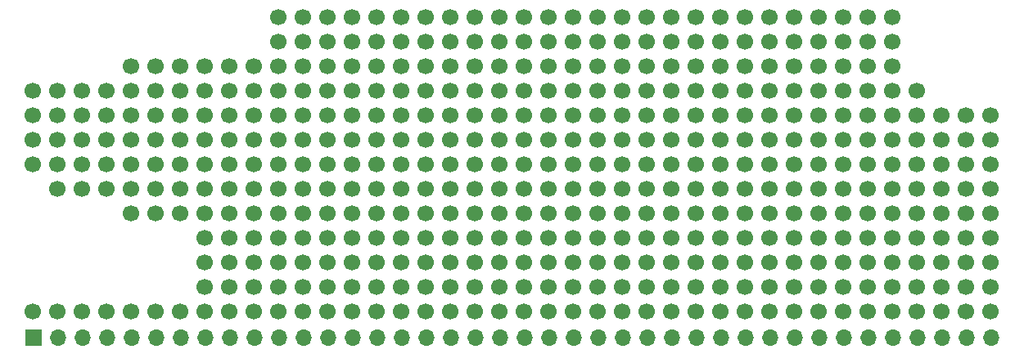
<source format=gbr>
G04 #@! TF.GenerationSoftware,KiCad,Pcbnew,(5.1.2)-2*
G04 #@! TF.CreationDate,2021-09-18T20:45:37+02:00*
G04 #@! TF.ProjectId,aZ80_Proto,615a3830-5f50-4726-9f74-6f2e6b696361,rev?*
G04 #@! TF.SameCoordinates,Original*
G04 #@! TF.FileFunction,Copper,L2,Bot*
G04 #@! TF.FilePolarity,Positive*
%FSLAX46Y46*%
G04 Gerber Fmt 4.6, Leading zero omitted, Abs format (unit mm)*
G04 Created by KiCad (PCBNEW (5.1.2)-2) date 2021-09-18 20:45:37*
%MOMM*%
%LPD*%
G04 APERTURE LIST*
%ADD10C,1.700000*%
%ADD11O,1.700000X1.700000*%
%ADD12R,1.700000X1.700000*%
G04 APERTURE END LIST*
D10*
X106680000Y-104775000D03*
X106680000Y-102235000D03*
X99060000Y-81915000D03*
X101600000Y-81915000D03*
X104140000Y-81915000D03*
X180340000Y-84455000D03*
X88900000Y-92075000D03*
X88900000Y-89535000D03*
X88900000Y-86995000D03*
X88900000Y-84455000D03*
X88900000Y-107315000D03*
X93980000Y-94615000D03*
X93980000Y-84455000D03*
X93980000Y-89535000D03*
X93980000Y-107315000D03*
X93980000Y-92075000D03*
X93980000Y-86995000D03*
X96520000Y-107315000D03*
X96520000Y-89535000D03*
X96520000Y-92075000D03*
X96520000Y-86995000D03*
X91440000Y-92075000D03*
X96520000Y-84455000D03*
X91440000Y-94615000D03*
X91440000Y-86995000D03*
X91440000Y-107315000D03*
X91440000Y-84455000D03*
X91440000Y-89535000D03*
X101600000Y-89535000D03*
X99060000Y-92075000D03*
X101600000Y-92075000D03*
X99060000Y-107315000D03*
X99060000Y-97155000D03*
X101600000Y-86995000D03*
X101600000Y-94615000D03*
X96520000Y-94615000D03*
X101600000Y-97155000D03*
X99060000Y-86995000D03*
X101600000Y-107315000D03*
X99060000Y-84455000D03*
X99060000Y-94615000D03*
X101600000Y-84455000D03*
X99060000Y-89535000D03*
X106680000Y-81915000D03*
X106680000Y-99695000D03*
X106680000Y-94615000D03*
X106680000Y-84455000D03*
X106680000Y-89535000D03*
X106680000Y-107315000D03*
X106680000Y-92075000D03*
X106680000Y-97155000D03*
X106680000Y-86995000D03*
X111760000Y-81915000D03*
X109220000Y-107315000D03*
X109220000Y-99695000D03*
X109220000Y-89535000D03*
X109220000Y-92075000D03*
X109220000Y-97155000D03*
X109220000Y-86995000D03*
X104140000Y-92075000D03*
X109220000Y-84455000D03*
X104140000Y-94615000D03*
X104140000Y-86995000D03*
X104140000Y-107315000D03*
X109220000Y-102235000D03*
X104140000Y-84455000D03*
X104140000Y-97155000D03*
X109220000Y-81915000D03*
X104140000Y-89535000D03*
X111760000Y-102235000D03*
X114300000Y-81915000D03*
X114300000Y-102235000D03*
X114300000Y-89535000D03*
X114300000Y-104775000D03*
X111760000Y-92075000D03*
X111760000Y-99695000D03*
X114300000Y-92075000D03*
X114300000Y-79375000D03*
X114300000Y-76835000D03*
X111760000Y-107315000D03*
X111760000Y-97155000D03*
X114300000Y-86995000D03*
X114300000Y-94615000D03*
X109220000Y-94615000D03*
X114300000Y-97155000D03*
X111760000Y-104775000D03*
X114300000Y-99695000D03*
X111760000Y-86995000D03*
X114300000Y-107315000D03*
X111760000Y-84455000D03*
X111760000Y-94615000D03*
X109220000Y-104775000D03*
X114300000Y-84455000D03*
X111760000Y-89535000D03*
X187960000Y-89535000D03*
X187960000Y-94615000D03*
X187960000Y-92075000D03*
X187960000Y-97155000D03*
X187960000Y-102235000D03*
X185420000Y-94615000D03*
X187960000Y-86995000D03*
X185420000Y-86995000D03*
X187960000Y-99695000D03*
X187960000Y-107315000D03*
X185420000Y-99695000D03*
X187960000Y-104775000D03*
X182880000Y-94615000D03*
X185420000Y-92075000D03*
X185420000Y-97155000D03*
X185420000Y-107315000D03*
X185420000Y-89535000D03*
X185420000Y-104775000D03*
X185420000Y-102235000D03*
X182880000Y-92075000D03*
X182880000Y-97155000D03*
X182880000Y-89535000D03*
X182880000Y-86995000D03*
X182880000Y-107315000D03*
X182880000Y-102235000D03*
X177800000Y-94615000D03*
X177800000Y-81915000D03*
X172720000Y-102235000D03*
X175260000Y-107315000D03*
X175260000Y-86995000D03*
X177800000Y-86995000D03*
X177800000Y-79375000D03*
X175260000Y-84455000D03*
X175260000Y-79375000D03*
X175260000Y-76835000D03*
X175260000Y-94615000D03*
X177800000Y-107315000D03*
X177800000Y-99695000D03*
X177800000Y-92075000D03*
X172720000Y-97155000D03*
X177800000Y-104775000D03*
X177800000Y-89535000D03*
X177800000Y-84455000D03*
X172720000Y-92075000D03*
X177800000Y-76835000D03*
X172720000Y-107315000D03*
X175260000Y-99695000D03*
X175260000Y-89535000D03*
X175260000Y-92075000D03*
X175260000Y-102235000D03*
X175260000Y-104775000D03*
X172720000Y-94615000D03*
X172720000Y-99695000D03*
X175260000Y-81915000D03*
X177800000Y-102235000D03*
X175260000Y-97155000D03*
X172720000Y-104775000D03*
X177800000Y-97155000D03*
X182880000Y-104775000D03*
X182880000Y-99695000D03*
X172720000Y-81915000D03*
X170180000Y-99695000D03*
X170180000Y-92075000D03*
X170180000Y-94615000D03*
X172720000Y-76835000D03*
X170180000Y-97155000D03*
X172720000Y-89535000D03*
X172720000Y-84455000D03*
X172720000Y-79375000D03*
X170180000Y-107315000D03*
X170180000Y-104775000D03*
X170180000Y-102235000D03*
X172720000Y-86995000D03*
X170180000Y-89535000D03*
X170180000Y-86995000D03*
X170180000Y-84455000D03*
X170180000Y-81915000D03*
X170180000Y-79375000D03*
X180340000Y-102235000D03*
X180340000Y-104775000D03*
X180340000Y-92075000D03*
X180340000Y-94615000D03*
X180340000Y-97155000D03*
X180340000Y-86995000D03*
X180340000Y-89535000D03*
X180340000Y-99695000D03*
X180340000Y-107315000D03*
X170180000Y-76835000D03*
X167640000Y-102235000D03*
X167640000Y-89535000D03*
X167640000Y-94615000D03*
X167640000Y-99695000D03*
X167640000Y-104775000D03*
X167640000Y-92075000D03*
X167640000Y-97155000D03*
X167640000Y-107315000D03*
X167640000Y-79375000D03*
X165100000Y-94615000D03*
X165100000Y-104775000D03*
X167640000Y-86995000D03*
X165100000Y-107315000D03*
X165100000Y-86995000D03*
X167640000Y-76835000D03*
X167640000Y-84455000D03*
X165100000Y-76835000D03*
X162560000Y-104775000D03*
X167640000Y-81915000D03*
X162560000Y-94615000D03*
X165100000Y-99695000D03*
X165100000Y-92075000D03*
X165100000Y-97155000D03*
X165100000Y-102235000D03*
X165100000Y-84455000D03*
X165100000Y-89535000D03*
X165100000Y-81915000D03*
X162560000Y-107315000D03*
X165100000Y-79375000D03*
X162560000Y-99695000D03*
X162560000Y-92075000D03*
X162560000Y-97155000D03*
X162560000Y-89535000D03*
X162560000Y-86995000D03*
X162560000Y-84455000D03*
X162560000Y-79375000D03*
X157480000Y-94615000D03*
X157480000Y-81915000D03*
X152400000Y-102235000D03*
X154940000Y-107315000D03*
X154940000Y-86995000D03*
X157480000Y-86995000D03*
X157480000Y-79375000D03*
X154940000Y-84455000D03*
X154940000Y-79375000D03*
X154940000Y-76835000D03*
X154940000Y-94615000D03*
X157480000Y-107315000D03*
X157480000Y-99695000D03*
X157480000Y-92075000D03*
X152400000Y-97155000D03*
X157480000Y-104775000D03*
X157480000Y-89535000D03*
X157480000Y-84455000D03*
X152400000Y-92075000D03*
X157480000Y-76835000D03*
X152400000Y-107315000D03*
X154940000Y-99695000D03*
X154940000Y-89535000D03*
X154940000Y-92075000D03*
X154940000Y-102235000D03*
X154940000Y-104775000D03*
X152400000Y-94615000D03*
X152400000Y-99695000D03*
X154940000Y-81915000D03*
X157480000Y-102235000D03*
X154940000Y-97155000D03*
X162560000Y-102235000D03*
X152400000Y-104775000D03*
X157480000Y-97155000D03*
X162560000Y-81915000D03*
X162560000Y-76835000D03*
X152400000Y-81915000D03*
X149860000Y-99695000D03*
X149860000Y-92075000D03*
X149860000Y-94615000D03*
X152400000Y-76835000D03*
X149860000Y-97155000D03*
X152400000Y-89535000D03*
X152400000Y-84455000D03*
X152400000Y-79375000D03*
X149860000Y-107315000D03*
X149860000Y-104775000D03*
X149860000Y-102235000D03*
X152400000Y-86995000D03*
X149860000Y-89535000D03*
X149860000Y-86995000D03*
X149860000Y-84455000D03*
X149860000Y-81915000D03*
X149860000Y-79375000D03*
X160020000Y-79375000D03*
X160020000Y-81915000D03*
X160020000Y-99695000D03*
X160020000Y-92075000D03*
X160020000Y-94615000D03*
X160020000Y-97155000D03*
X160020000Y-107315000D03*
X160020000Y-104775000D03*
X160020000Y-86995000D03*
X160020000Y-89535000D03*
X160020000Y-76835000D03*
X160020000Y-102235000D03*
X160020000Y-84455000D03*
X149860000Y-76835000D03*
X147320000Y-102235000D03*
X147320000Y-89535000D03*
X147320000Y-94615000D03*
X147320000Y-99695000D03*
X147320000Y-104775000D03*
X147320000Y-92075000D03*
X147320000Y-97155000D03*
X147320000Y-107315000D03*
X147320000Y-79375000D03*
X144780000Y-94615000D03*
X144780000Y-104775000D03*
X147320000Y-86995000D03*
X144780000Y-107315000D03*
X144780000Y-86995000D03*
X147320000Y-76835000D03*
X147320000Y-84455000D03*
X144780000Y-76835000D03*
X142240000Y-104775000D03*
X147320000Y-81915000D03*
X142240000Y-94615000D03*
X144780000Y-99695000D03*
X144780000Y-92075000D03*
X144780000Y-97155000D03*
X144780000Y-102235000D03*
X144780000Y-84455000D03*
X144780000Y-89535000D03*
X144780000Y-81915000D03*
X142240000Y-107315000D03*
X144780000Y-79375000D03*
X142240000Y-99695000D03*
X142240000Y-92075000D03*
X142240000Y-97155000D03*
X142240000Y-89535000D03*
X142240000Y-86995000D03*
X142240000Y-84455000D03*
X142240000Y-79375000D03*
X137160000Y-94615000D03*
X137160000Y-81915000D03*
X132080000Y-102235000D03*
X134620000Y-107315000D03*
X134620000Y-86995000D03*
X137160000Y-86995000D03*
X137160000Y-79375000D03*
X134620000Y-84455000D03*
X134620000Y-79375000D03*
X134620000Y-76835000D03*
X134620000Y-94615000D03*
X137160000Y-107315000D03*
X137160000Y-99695000D03*
X137160000Y-92075000D03*
X132080000Y-97155000D03*
X137160000Y-104775000D03*
X137160000Y-89535000D03*
X137160000Y-84455000D03*
X132080000Y-92075000D03*
X137160000Y-76835000D03*
X132080000Y-107315000D03*
X134620000Y-99695000D03*
X134620000Y-89535000D03*
X134620000Y-92075000D03*
X134620000Y-102235000D03*
X134620000Y-104775000D03*
X132080000Y-94615000D03*
X132080000Y-99695000D03*
X134620000Y-81915000D03*
X137160000Y-102235000D03*
X134620000Y-97155000D03*
X142240000Y-102235000D03*
X132080000Y-104775000D03*
X137160000Y-97155000D03*
X142240000Y-81915000D03*
X142240000Y-76809600D03*
X132080000Y-81915000D03*
X129540000Y-99695000D03*
X129540000Y-92075000D03*
X129540000Y-94615000D03*
X132080000Y-76835000D03*
X129540000Y-97155000D03*
X132080000Y-89535000D03*
X132080000Y-84455000D03*
X132080000Y-79375000D03*
X129540000Y-107315000D03*
X129540000Y-104775000D03*
X129540000Y-102235000D03*
X132080000Y-86995000D03*
X129540000Y-89535000D03*
X129540000Y-86995000D03*
X129540000Y-84455000D03*
X129540000Y-81915000D03*
X129540000Y-79375000D03*
X139700000Y-79375000D03*
X139700000Y-81915000D03*
X139700000Y-99695000D03*
X139700000Y-92075000D03*
X139700000Y-94615000D03*
X139700000Y-97155000D03*
X139700000Y-107315000D03*
X139700000Y-104775000D03*
X139700000Y-86995000D03*
X139700000Y-89535000D03*
X139700000Y-76835000D03*
X139700000Y-102235000D03*
X139700000Y-84455000D03*
X129540000Y-76835000D03*
X127000000Y-102235000D03*
X127000000Y-89535000D03*
X127000000Y-94615000D03*
X127000000Y-99695000D03*
X127000000Y-104775000D03*
X127000000Y-92075000D03*
X127000000Y-97155000D03*
X127000000Y-107315000D03*
X127000000Y-79375000D03*
X124460000Y-94615000D03*
X124460000Y-104775000D03*
X127000000Y-86995000D03*
X124460000Y-107315000D03*
X124460000Y-86995000D03*
X127000000Y-76835000D03*
X127000000Y-84455000D03*
X124460000Y-76835000D03*
X121920000Y-104775000D03*
X127000000Y-81915000D03*
X121920000Y-94615000D03*
X124460000Y-99695000D03*
X124460000Y-92075000D03*
X124460000Y-97155000D03*
X124460000Y-102235000D03*
X124460000Y-84455000D03*
X124460000Y-89535000D03*
X124460000Y-81915000D03*
X121920000Y-107315000D03*
X124460000Y-79375000D03*
X121920000Y-99695000D03*
X121920000Y-92075000D03*
X121920000Y-97155000D03*
X121920000Y-89535000D03*
X121920000Y-86995000D03*
X121920000Y-84455000D03*
X121920000Y-79375000D03*
X116840000Y-94615000D03*
X116840000Y-81915000D03*
X116840000Y-86995000D03*
X116840000Y-79375000D03*
X116840000Y-107315000D03*
X116840000Y-99695000D03*
X116840000Y-92075000D03*
X116840000Y-104775000D03*
X116840000Y-89535000D03*
X116840000Y-84455000D03*
X116840000Y-76835000D03*
X116840000Y-102235000D03*
X121920000Y-102235000D03*
X116840000Y-97155000D03*
X121920000Y-81915000D03*
X121920000Y-76835000D03*
X119380000Y-79375000D03*
X119380000Y-81915000D03*
X119380000Y-99695000D03*
X119380000Y-92075000D03*
X119380000Y-94615000D03*
X119380000Y-97155000D03*
X119380000Y-107315000D03*
X119380000Y-104775000D03*
X119380000Y-86995000D03*
X119380000Y-89535000D03*
X119380000Y-76835000D03*
X119380000Y-102235000D03*
X119380000Y-84455000D03*
D11*
X188060000Y-110000000D03*
X185520000Y-110000000D03*
X182980000Y-110000000D03*
X180440000Y-110000000D03*
X177900000Y-110000000D03*
X175360000Y-110000000D03*
X172820000Y-110000000D03*
X170280000Y-110000000D03*
X167740000Y-110000000D03*
X165200000Y-110000000D03*
X162660000Y-110000000D03*
X160120000Y-110000000D03*
X157580000Y-110000000D03*
X155040000Y-110000000D03*
X152500000Y-110000000D03*
X149960000Y-110000000D03*
X147420000Y-110000000D03*
X144880000Y-110000000D03*
X142340000Y-110000000D03*
X139800000Y-110000000D03*
X137260000Y-110000000D03*
X134720000Y-110000000D03*
X132180000Y-110000000D03*
X129640000Y-110000000D03*
X127100000Y-110000000D03*
X124560000Y-110000000D03*
X122020000Y-110000000D03*
X119480000Y-110000000D03*
X116940000Y-110000000D03*
X114400000Y-110000000D03*
X111860000Y-110000000D03*
X109320000Y-110000000D03*
X106780000Y-110000000D03*
X104240000Y-110000000D03*
X101700000Y-110000000D03*
X99160000Y-110000000D03*
X96620000Y-110000000D03*
X94080000Y-110000000D03*
X91540000Y-110000000D03*
D12*
X89000000Y-110000000D03*
M02*

</source>
